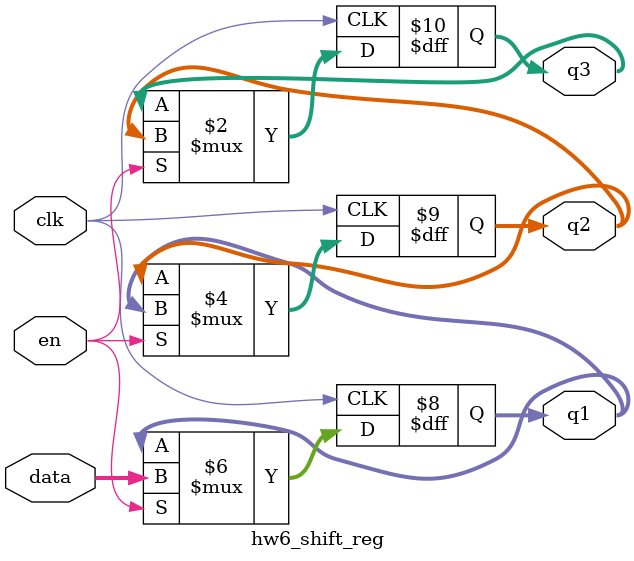
<source format=v>
`timescale 1ns / 1ps
module hw6_shift_reg (
    clk,
    en,
    data,
    q1,
    q2,
    q3
);

//Inputs
input clk;
input en;
input [7:0] data;

//Outputs
output reg [7:0] q1;
output reg [7:0] q2;
output reg [7:0] q3;

//Sequential Logic
always @(posedge clk) begin
    if (en) begin
        q1 <= data;
        q2 <= q1;
        q3 <= q2;
    end
end

endmodule
</source>
